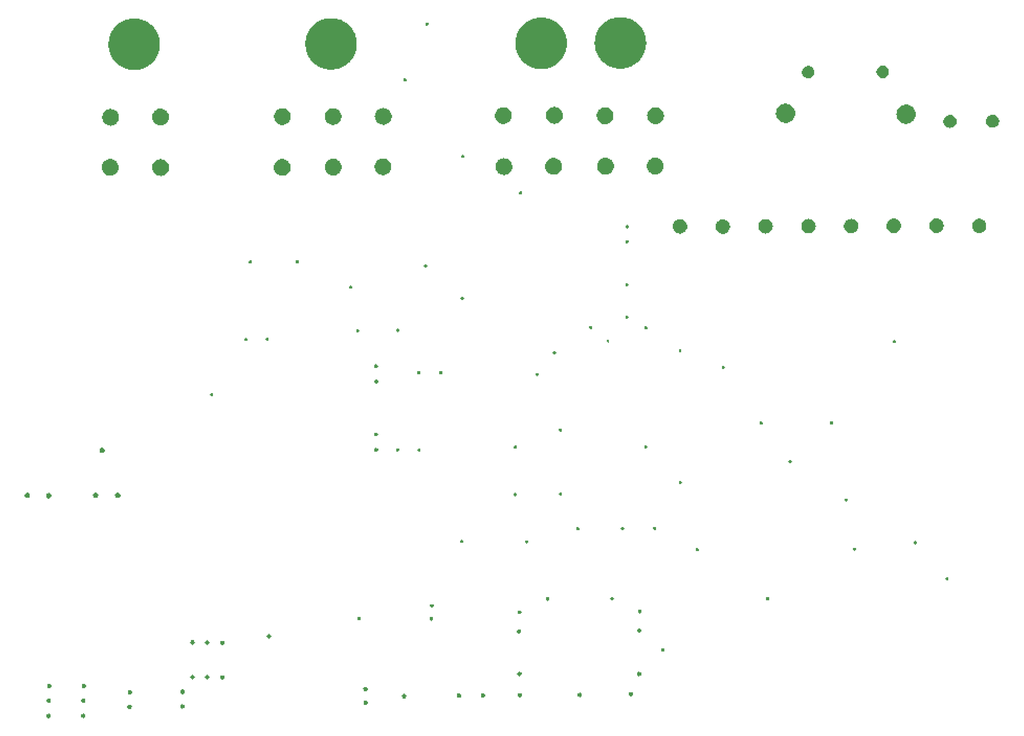
<source format=gbr>
G04 Jordi Esquerra gerber image generated from bmp*
%FSLAX33Y33*%
%MOMM*%
%SFA1.000B1.000*%
%MIA0B0*%
%IPPOS*%
%LNGerberFromImage*%
G01*
G04 Dark polarity*
%LPD*%
G36*
X41500Y230500D02*
Y228500D01*
X42500D01*
Y227500D01*
X46500D01*
Y231500D01*
X45500D01*
Y232500D01*
X43500D01*
Y231500D01*
X42500D01*
Y230500D01*
X41500D01*
G37*
G04 Dark polarity*
%LPD*%
G36*
X62500Y231500D02*
Y227500D01*
X63500D01*
Y226500D01*
X65500D01*
Y227500D01*
X66500D01*
Y228500D01*
X67500D01*
Y230500D01*
X66500D01*
Y231500D01*
X65500D01*
Y232500D01*
X64500D01*
Y231500D01*
X62500D01*
G37*
G04 Dark polarity*
%LPD*%
G36*
X62500Y34500D02*
Y32500D01*
X63500D01*
Y31500D01*
X66500D01*
Y35500D01*
X63500D01*
Y34500D01*
X62500D01*
G37*
G04 Dark polarity*
%LPD*%
G36*
X62500Y20500D02*
Y17500D01*
X63500D01*
Y16500D01*
X65500D01*
Y17500D01*
X66500D01*
Y20500D01*
X65500D01*
Y21500D01*
X64500D01*
Y20500D01*
X62500D01*
G37*
G04 Dark polarity*
%LPD*%
G36*
X63500Y49500D02*
Y45500D01*
X66500D01*
Y46500D01*
X67500D01*
Y48500D01*
X66500D01*
Y49500D01*
X63500D01*
G37*
G04 Dark polarity*
%LPD*%
G36*
X95500Y34500D02*
Y32500D01*
X96500D01*
Y31500D01*
X99500D01*
Y35500D01*
X96500D01*
Y34500D01*
X95500D01*
G37*
G04 Dark polarity*
%LPD*%
G36*
X95500Y20500D02*
Y17500D01*
X97500D01*
Y16500D01*
X98500D01*
Y17500D01*
X99500D01*
Y20500D01*
X98500D01*
Y21500D01*
X97500D01*
Y20500D01*
X95500D01*
G37*
G04 Dark polarity*
%LPD*%
G36*
X96500Y49500D02*
Y45500D01*
X99500D01*
Y46500D01*
X100500D01*
Y48500D01*
X99500D01*
Y49500D01*
X96500D01*
G37*
G04 Dark polarity*
%LPD*%
G36*
X106500Y230500D02*
Y229500D01*
X107500D01*
Y227500D01*
X111500D01*
Y229500D01*
X112500D01*
Y230500D01*
X111500D01*
Y231500D01*
X110500D01*
Y232500D01*
X108500D01*
Y231500D01*
X107500D01*
Y230500D01*
X106500D01*
G37*
G04 Dark polarity*
%LPD*%
G36*
X113500Y274500D02*
Y270500D01*
X117500D01*
Y271500D01*
X118500D01*
Y273500D01*
X117500D01*
Y274500D01*
X116500D01*
Y275500D01*
X114500D01*
Y274500D01*
X113500D01*
G37*
G04 Dark polarity*
%LPD*%
G36*
X115500Y592500D02*
Y589500D01*
X116500D01*
Y586500D01*
X117500D01*
Y585500D01*
X118500D01*
Y584500D01*
X120500D01*
Y583500D01*
X123500D01*
Y582500D01*
X124500D01*
Y583500D01*
X127500D01*
Y584500D01*
X129500D01*
Y586500D01*
X130500D01*
Y587500D01*
X131500D01*
Y594500D01*
X130500D01*
Y596500D01*
X129500D01*
Y597500D01*
X127500D01*
Y598500D01*
X124500D01*
Y599500D01*
X122500D01*
Y598500D01*
X119500D01*
Y597500D01*
X118500D01*
Y596500D01*
X117500D01*
Y595500D01*
X116500D01*
Y592500D01*
X115500D01*
G37*
G04 Dark polarity*
%LPD*%
G36*
X115500Y546500D02*
Y540500D01*
X116500D01*
Y538500D01*
X117500D01*
Y537500D01*
X118500D01*
Y536500D01*
X119500D01*
Y535500D01*
X126500D01*
Y536500D01*
X128500D01*
Y537500D01*
X129500D01*
Y538500D01*
X130500D01*
Y540500D01*
X131500D01*
Y545500D01*
X130500D01*
Y547500D01*
X129500D01*
Y549500D01*
X127500D01*
Y550500D01*
X125500D01*
Y551500D01*
X121500D01*
Y550500D01*
X119500D01*
Y549500D01*
X117500D01*
Y548500D01*
X116500D01*
Y546500D01*
X115500D01*
G37*
G04 Dark polarity*
%LPD*%
G36*
X121500Y663500D02*
Y657500D01*
X122500D01*
Y653500D01*
X123500D01*
Y650500D01*
X124500D01*
Y648500D01*
X125500D01*
Y646500D01*
X126500D01*
Y645500D01*
X127500D01*
Y644500D01*
X128500D01*
Y643500D01*
X129500D01*
Y642500D01*
X130500D01*
Y641500D01*
X131500D01*
Y640500D01*
X133500D01*
Y639500D01*
X135500D01*
Y638500D01*
X137500D01*
Y637500D01*
X140500D01*
Y636500D01*
X152500D01*
Y637500D01*
X155500D01*
Y638500D01*
X157500D01*
Y639500D01*
X159500D01*
Y640500D01*
X160500D01*
Y641500D01*
X162500D01*
Y642500D01*
X163500D01*
Y643500D01*
X164500D01*
Y644500D01*
X165500D01*
Y645500D01*
X166500D01*
Y647500D01*
X167500D01*
Y649500D01*
X168500D01*
Y651500D01*
X169500D01*
Y654500D01*
X170500D01*
Y667500D01*
X169500D01*
Y670500D01*
X168500D01*
Y672500D01*
X167500D01*
Y674500D01*
X166500D01*
Y675500D01*
X165500D01*
Y677500D01*
X164500D01*
Y678500D01*
X163500D01*
Y679500D01*
X161500D01*
Y680500D01*
X160500D01*
Y681500D01*
X159500D01*
Y682500D01*
X157500D01*
Y683500D01*
X154500D01*
Y684500D01*
X151500D01*
Y685500D01*
X141500D01*
Y684500D01*
X137500D01*
Y683500D01*
X135500D01*
Y682500D01*
X133500D01*
Y681500D01*
X131500D01*
Y680500D01*
X130500D01*
Y679500D01*
X129500D01*
Y678500D01*
X128500D01*
Y677500D01*
X127500D01*
Y676500D01*
X126500D01*
Y674500D01*
X125500D01*
Y673500D01*
X124500D01*
Y671500D01*
X123500D01*
Y668500D01*
X122500D01*
Y663500D01*
X121500D01*
G37*
G04 Dark polarity*
%LPD*%
G36*
X127500Y230500D02*
Y229500D01*
X128500D01*
Y227500D01*
X132500D01*
Y228500D01*
X133500D01*
Y230500D01*
X132500D01*
Y231500D01*
X131500D01*
Y232500D01*
X129500D01*
Y231500D01*
X128500D01*
Y230500D01*
X127500D01*
G37*
G04 Dark polarity*
%LPD*%
G36*
X139500Y28500D02*
Y26500D01*
X140500D01*
Y25500D01*
X143500D01*
Y27500D01*
X144500D01*
Y28500D01*
X143500D01*
Y29500D01*
X140500D01*
Y28500D01*
X139500D01*
G37*
G04 Dark polarity*
%LPD*%
G36*
X140500Y43500D02*
Y39500D01*
X143500D01*
Y40500D01*
X144500D01*
Y42500D01*
X143500D01*
Y43500D01*
X140500D01*
G37*
G04 Dark polarity*
%LPD*%
G36*
X163500Y594500D02*
Y588500D01*
X164500D01*
Y586500D01*
X165500D01*
Y585500D01*
X166500D01*
Y584500D01*
X168500D01*
Y583500D01*
X174500D01*
Y584500D01*
X176500D01*
Y585500D01*
X177500D01*
Y586500D01*
X178500D01*
Y588500D01*
X179500D01*
Y594500D01*
X178500D01*
Y595500D01*
X177500D01*
Y597500D01*
X175500D01*
Y598500D01*
X173500D01*
Y599500D01*
X168500D01*
Y598500D01*
X167500D01*
Y597500D01*
X165500D01*
Y595500D01*
X164500D01*
Y594500D01*
X163500D01*
G37*
G04 Dark polarity*
%LPD*%
G36*
X163500Y546500D02*
Y540500D01*
X164500D01*
Y538500D01*
X165500D01*
Y537500D01*
X166500D01*
Y536500D01*
X167500D01*
Y535500D01*
X171500D01*
Y534500D01*
X172500D01*
Y535500D01*
X175500D01*
Y536500D01*
X176500D01*
Y537500D01*
X177500D01*
Y538500D01*
X178500D01*
Y539500D01*
X179500D01*
Y546500D01*
X178500D01*
Y547500D01*
X177500D01*
Y548500D01*
X176500D01*
Y549500D01*
X175500D01*
Y550500D01*
X172500D01*
Y551500D01*
X170500D01*
Y550500D01*
X167500D01*
Y549500D01*
X166500D01*
Y548500D01*
X165500D01*
Y547500D01*
X164500D01*
Y546500D01*
X163500D01*
G37*
G04 Dark polarity*
%LPD*%
G36*
X190500Y43500D02*
Y40500D01*
X191500D01*
Y39500D01*
X193500D01*
Y40500D01*
X194500D01*
Y43500D01*
X193500D01*
Y44500D01*
X191500D01*
Y43500D01*
X190500D01*
G37*
G04 Dark polarity*
%LPD*%
G36*
X190500Y29500D02*
Y26500D01*
X191500D01*
Y25500D01*
X192500D01*
Y26500D01*
X194500D01*
Y29500D01*
X192500D01*
Y30500D01*
X191500D01*
Y29500D01*
X190500D01*
G37*
G04 Dark polarity*
%LPD*%
G36*
X199500Y89500D02*
Y88500D01*
X200500D01*
Y87500D01*
X201500D01*
Y86500D01*
X202500D01*
Y87500D01*
X203500D01*
Y88500D01*
X204500D01*
Y89500D01*
X203500D01*
Y91500D01*
X200500D01*
Y89500D01*
X199500D01*
G37*
G04 Dark polarity*
%LPD*%
G36*
X199500Y56500D02*
Y55500D01*
X200500D01*
Y54500D01*
X201500D01*
Y53500D01*
X202500D01*
Y54500D01*
X203500D01*
Y55500D01*
X204500D01*
Y56500D01*
X203500D01*
Y57500D01*
X202500D01*
Y58500D01*
X201500D01*
Y57500D01*
X200500D01*
Y56500D01*
X199500D01*
G37*
G04 Dark polarity*
%LPD*%
G36*
X213500Y89500D02*
Y88500D01*
X214500D01*
Y87500D01*
X215500D01*
Y86500D01*
X216500D01*
Y87500D01*
X217500D01*
Y88500D01*
X218500D01*
Y89500D01*
X217500D01*
Y90500D01*
X216500D01*
Y91500D01*
X215500D01*
Y90500D01*
X214500D01*
Y89500D01*
X213500D01*
G37*
G04 Dark polarity*
%LPD*%
G36*
X213500Y56500D02*
Y55500D01*
X214500D01*
Y54500D01*
X215500D01*
Y53500D01*
X216500D01*
Y54500D01*
X217500D01*
Y55500D01*
X218500D01*
Y56500D01*
X217500D01*
Y57500D01*
X216500D01*
Y58500D01*
X215500D01*
Y57500D01*
X214500D01*
Y56500D01*
X213500D01*
G37*
G04 Dark polarity*
%LPD*%
G36*
X218500Y326500D02*
Y325500D01*
X219500D01*
Y324500D01*
X221500D01*
Y327500D01*
X219500D01*
Y326500D01*
X218500D01*
G37*
G04 Dark polarity*
%LPD*%
G36*
X228500Y90500D02*
Y87500D01*
X229500D01*
Y86500D01*
X231500D01*
Y87500D01*
X232500D01*
Y90500D01*
X228500D01*
G37*
G04 Dark polarity*
%LPD*%
G36*
X228500Y57500D02*
Y54500D01*
X229500D01*
Y53500D01*
X231500D01*
Y54500D01*
X232500D01*
Y57500D01*
X228500D01*
G37*
G04 Dark polarity*
%LPD*%
G36*
X251500Y379500D02*
Y377500D01*
X254500D01*
Y379500D01*
X253500D01*
Y380500D01*
X252500D01*
Y379500D01*
X251500D01*
G37*
G04 Dark polarity*
%LPD*%
G36*
X255500Y453500D02*
Y451500D01*
X258500D01*
Y454500D01*
X256500D01*
Y453500D01*
X255500D01*
G37*
G04 Dark polarity*
%LPD*%
G36*
X271500Y379500D02*
Y378500D01*
X272500D01*
Y377500D01*
X274500D01*
Y380500D01*
X272500D01*
Y379500D01*
X271500D01*
G37*
G04 Dark polarity*
%LPD*%
G36*
X272500Y95500D02*
Y94500D01*
X273500D01*
Y93500D01*
X274500D01*
Y92500D01*
X275500D01*
Y93500D01*
X276500D01*
Y94500D01*
X277500D01*
Y95500D01*
X276500D01*
Y96500D01*
X275500D01*
Y97500D01*
X274500D01*
Y96500D01*
X273500D01*
Y95500D01*
X272500D01*
G37*
G04 Dark polarity*
%LPD*%
G36*
X279500Y593500D02*
Y590500D01*
X280500D01*
Y587500D01*
X281500D01*
Y586500D01*
X282500D01*
Y585500D01*
X283500D01*
Y584500D01*
X285500D01*
Y583500D01*
X289500D01*
Y584500D01*
X291500D01*
Y585500D01*
X293500D01*
Y586500D01*
X294500D01*
Y588500D01*
X295500D01*
Y595500D01*
X294500D01*
Y596500D01*
X293500D01*
Y597500D01*
X292500D01*
Y598500D01*
X291500D01*
Y599500D01*
X284500D01*
Y598500D01*
X282500D01*
Y597500D01*
X281500D01*
Y595500D01*
X280500D01*
Y593500D01*
X279500D01*
G37*
G04 Dark polarity*
%LPD*%
G36*
X279500Y545500D02*
Y540500D01*
X280500D01*
Y538500D01*
X281500D01*
Y537500D01*
X282500D01*
Y536500D01*
X284500D01*
Y535500D01*
X291500D01*
Y536500D01*
X292500D01*
Y537500D01*
X293500D01*
Y538500D01*
X294500D01*
Y539500D01*
X295500D01*
Y546500D01*
X294500D01*
Y547500D01*
X293500D01*
Y549500D01*
X291500D01*
Y550500D01*
X289500D01*
Y551500D01*
X285500D01*
Y550500D01*
X283500D01*
Y549500D01*
X282500D01*
Y548500D01*
X281500D01*
Y547500D01*
X280500D01*
Y545500D01*
X279500D01*
G37*
G04 Dark polarity*
%LPD*%
G36*
X300500Y454500D02*
Y451500D01*
X303500D01*
Y454500D01*
X300500D01*
G37*
G04 Dark polarity*
%LPD*%
G36*
X309500Y664500D02*
Y658500D01*
X310500D01*
Y653500D01*
X311500D01*
Y650500D01*
X312500D01*
Y648500D01*
X313500D01*
Y647500D01*
X314500D01*
Y645500D01*
X315500D01*
Y644500D01*
X316500D01*
Y643500D01*
X317500D01*
Y642500D01*
X318500D01*
Y641500D01*
X320500D01*
Y640500D01*
X321500D01*
Y639500D01*
X323500D01*
Y638500D01*
X326500D01*
Y637500D01*
X330500D01*
Y636500D01*
X337500D01*
Y637500D01*
X342500D01*
Y638500D01*
X344500D01*
Y639500D01*
X346500D01*
Y640500D01*
X348500D01*
Y641500D01*
X349500D01*
Y642500D01*
X350500D01*
Y643500D01*
X352500D01*
Y645500D01*
X353500D01*
Y646500D01*
X354500D01*
Y647500D01*
X355500D01*
Y649500D01*
X356500D01*
Y651500D01*
X357500D01*
Y654500D01*
X358500D01*
Y667500D01*
X357500D01*
Y671500D01*
X356500D01*
Y672500D01*
X355500D01*
Y674500D01*
X354500D01*
Y676500D01*
X353500D01*
Y677500D01*
X352500D01*
Y678500D01*
X351500D01*
Y679500D01*
X350500D01*
Y680500D01*
X349500D01*
Y681500D01*
X347500D01*
Y682500D01*
X345500D01*
Y683500D01*
X344500D01*
Y684500D01*
X340500D01*
Y685500D01*
X327500D01*
Y684500D01*
X324500D01*
Y683500D01*
X322500D01*
Y682500D01*
X320500D01*
Y681500D01*
X319500D01*
Y680500D01*
X318500D01*
Y679500D01*
X317500D01*
Y678500D01*
X316500D01*
Y677500D01*
X315500D01*
Y676500D01*
X314500D01*
Y675500D01*
X313500D01*
Y673500D01*
X312500D01*
Y671500D01*
X311500D01*
Y669500D01*
X310500D01*
Y664500D01*
X309500D01*
G37*
G04 Dark polarity*
%LPD*%
G36*
X328500Y595500D02*
Y588500D01*
X329500D01*
Y586500D01*
X330500D01*
Y585500D01*
X332500D01*
Y584500D01*
X334500D01*
Y583500D01*
X337500D01*
Y584500D01*
X340500D01*
Y585500D01*
X341500D01*
Y586500D01*
X342500D01*
Y587500D01*
X343500D01*
Y590500D01*
X344500D01*
Y593500D01*
X343500D01*
Y595500D01*
X342500D01*
Y597500D01*
X341500D01*
Y598500D01*
X339500D01*
Y599500D01*
X332500D01*
Y598500D01*
X331500D01*
Y597500D01*
X330500D01*
Y596500D01*
X329500D01*
Y595500D01*
X328500D01*
G37*
G04 Dark polarity*
%LPD*%
G36*
X328500Y546500D02*
Y540500D01*
X329500D01*
Y538500D01*
X330500D01*
Y537500D01*
X331500D01*
Y536500D01*
X333500D01*
Y535500D01*
X339500D01*
Y536500D01*
X340500D01*
Y537500D01*
X342500D01*
Y539500D01*
X343500D01*
Y541500D01*
X344500D01*
Y545500D01*
X343500D01*
Y547500D01*
X342500D01*
Y549500D01*
X340500D01*
Y550500D01*
X339500D01*
Y551500D01*
X333500D01*
Y550500D01*
X331500D01*
Y549500D01*
X330500D01*
Y548500D01*
X329500D01*
Y546500D01*
X328500D01*
G37*
G04 Dark polarity*
%LPD*%
G36*
X351500Y429500D02*
Y427500D01*
X354500D01*
Y429500D01*
X353500D01*
Y430500D01*
X352500D01*
Y429500D01*
X351500D01*
G37*
G04 Dark polarity*
%LPD*%
G36*
X358500Y388500D02*
Y385500D01*
X360500D01*
Y386500D01*
X361500D01*
Y387500D01*
X360500D01*
Y388500D01*
X358500D01*
G37*
G04 Dark polarity*
%LPD*%
G36*
X359500Y113500D02*
Y110500D01*
X362500D01*
Y113500D01*
X359500D01*
G37*
G04 Dark polarity*
%LPD*%
G36*
X364500Y45500D02*
Y44500D01*
X365500D01*
Y42500D01*
X368500D01*
Y43500D01*
X369500D01*
Y45500D01*
X368500D01*
Y46500D01*
X365500D01*
Y45500D01*
X364500D01*
G37*
G04 Dark polarity*
%LPD*%
G36*
X365500Y33500D02*
Y29500D01*
X368500D01*
Y30500D01*
X369500D01*
Y32500D01*
X368500D01*
Y33500D01*
X365500D01*
G37*
G04 Dark polarity*
%LPD*%
G36*
X375500Y592500D02*
Y591500D01*
X376500D01*
Y588500D01*
X377500D01*
Y586500D01*
X378500D01*
Y585500D01*
X380500D01*
Y584500D01*
X383500D01*
Y583500D01*
X385500D01*
Y584500D01*
X387500D01*
Y585500D01*
X389500D01*
Y586500D01*
X390500D01*
Y587500D01*
X391500D01*
Y590500D01*
X392500D01*
Y593500D01*
X391500D01*
Y595500D01*
X390500D01*
Y597500D01*
X389500D01*
Y598500D01*
X387500D01*
Y599500D01*
X384500D01*
Y600500D01*
X383500D01*
Y599500D01*
X380500D01*
Y598500D01*
X378500D01*
Y597500D01*
X377500D01*
Y595500D01*
X376500D01*
Y592500D01*
X375500D01*
G37*
G04 Dark polarity*
%LPD*%
G36*
X375500Y545500D02*
Y542500D01*
X376500D01*
Y539500D01*
X377500D01*
Y538500D01*
X378500D01*
Y537500D01*
X379500D01*
Y536500D01*
X382500D01*
Y535500D01*
X385500D01*
Y536500D01*
X387500D01*
Y537500D01*
X389500D01*
Y538500D01*
X390500D01*
Y540500D01*
X391500D01*
Y547500D01*
X390500D01*
Y548500D01*
X389500D01*
Y549500D01*
X388500D01*
Y550500D01*
X387500D01*
Y551500D01*
X380500D01*
Y550500D01*
X378500D01*
Y549500D01*
X377500D01*
Y547500D01*
X376500D01*
Y545500D01*
X375500D01*
G37*
G04 Dark polarity*
%LPD*%
G36*
X375500Y354500D02*
Y351500D01*
X378500D01*
Y352500D01*
X379500D01*
Y353500D01*
X378500D01*
Y354500D01*
X377500D01*
Y355500D01*
X376500D01*
Y354500D01*
X375500D01*
G37*
G04 Dark polarity*
%LPD*%
G36*
X375500Y339500D02*
Y337500D01*
X376500D01*
Y336500D01*
X378500D01*
Y337500D01*
X379500D01*
Y339500D01*
X378500D01*
Y340500D01*
X376500D01*
Y339500D01*
X375500D01*
G37*
G04 Dark polarity*
%LPD*%
G36*
X375500Y289500D02*
Y286500D01*
X378500D01*
Y287500D01*
X379500D01*
Y288500D01*
X378500D01*
Y289500D01*
X375500D01*
G37*
G04 Dark polarity*
%LPD*%
G36*
X375500Y274500D02*
Y271500D01*
X378500D01*
Y272500D01*
X379500D01*
Y274500D01*
X377500D01*
Y275500D01*
X376500D01*
Y274500D01*
X375500D01*
G37*
G04 Dark polarity*
%LPD*%
G36*
X396500Y388500D02*
Y386500D01*
X397500D01*
Y385500D01*
X398500D01*
Y386500D01*
X399500D01*
Y388500D01*
X398500D01*
Y389500D01*
X397500D01*
Y388500D01*
X396500D01*
G37*
G04 Dark polarity*
%LPD*%
G36*
X396500Y274500D02*
Y271500D01*
X398500D01*
Y272500D01*
X399500D01*
Y274500D01*
X396500D01*
G37*
G04 Dark polarity*
%LPD*%
G36*
X401500Y38500D02*
Y37500D01*
X402500D01*
Y35500D01*
X405500D01*
Y37500D01*
X406500D01*
Y38500D01*
X405500D01*
Y39500D01*
X404500D01*
Y40500D01*
X403500D01*
Y39500D01*
X402500D01*
Y38500D01*
X401500D01*
G37*
G04 Dark polarity*
%LPD*%
G36*
X403500Y628500D02*
Y625500D01*
X406500D01*
Y627500D01*
X405500D01*
Y628500D01*
X403500D01*
G37*
G04 Dark polarity*
%LPD*%
G36*
X416500Y348500D02*
Y345500D01*
X419500D01*
Y348500D01*
X416500D01*
G37*
G04 Dark polarity*
%LPD*%
G36*
X416500Y273500D02*
Y272500D01*
X417500D01*
Y271500D01*
X419500D01*
Y274500D01*
X417500D01*
Y273500D01*
X416500D01*
G37*
G04 Dark polarity*
%LPD*%
G36*
X422500Y449500D02*
Y448500D01*
X423500D01*
Y447500D01*
X425500D01*
Y448500D01*
X426500D01*
Y449500D01*
X425500D01*
Y450500D01*
X423500D01*
Y449500D01*
X422500D01*
G37*
G04 Dark polarity*
%LPD*%
G36*
X424500Y681500D02*
Y678500D01*
X426500D01*
Y679500D01*
X427500D01*
Y681500D01*
X424500D01*
G37*
G04 Dark polarity*
%LPD*%
G36*
X428500Y125500D02*
Y123500D01*
X429500D01*
Y122500D01*
X431500D01*
Y123500D01*
X432500D01*
Y125500D01*
X428500D01*
G37*
G04 Dark polarity*
%LPD*%
G36*
X428500Y113500D02*
Y110500D01*
X429500D01*
Y109500D01*
X430500D01*
Y110500D01*
X431500D01*
Y113500D01*
X428500D01*
G37*
G04 Dark polarity*
%LPD*%
G36*
X437500Y348500D02*
Y345500D01*
X440500D01*
Y348500D01*
X437500D01*
G37*
G04 Dark polarity*
%LPD*%
G36*
X454500Y40500D02*
Y36500D01*
X458500D01*
Y39500D01*
X457500D01*
Y40500D01*
X454500D01*
G37*
G04 Dark polarity*
%LPD*%
G36*
X457500Y418500D02*
Y417500D01*
X458500D01*
Y416500D01*
X460500D01*
Y417500D01*
X461500D01*
Y418500D01*
X460500D01*
Y419500D01*
X458500D01*
Y418500D01*
X457500D01*
G37*
G04 Dark polarity*
%LPD*%
G36*
X457500Y186500D02*
Y184500D01*
X460500D01*
Y186500D01*
X459500D01*
Y187500D01*
X458500D01*
Y186500D01*
X457500D01*
G37*
G04 Dark polarity*
%LPD*%
G36*
X458500Y554500D02*
Y552500D01*
X461500D01*
Y554500D01*
X460500D01*
Y555500D01*
X459500D01*
Y554500D01*
X458500D01*
G37*
G04 Dark polarity*
%LPD*%
G36*
X477500Y40500D02*
Y36500D01*
X480500D01*
Y37500D01*
X481500D01*
Y39500D01*
X480500D01*
Y40500D01*
X477500D01*
G37*
G04 Dark polarity*
%LPD*%
G36*
X490500Y594500D02*
Y590500D01*
X491500D01*
Y588500D01*
X492500D01*
Y587500D01*
X493500D01*
Y586500D01*
X494500D01*
Y585500D01*
X496500D01*
Y584500D01*
X500500D01*
Y585500D01*
X502500D01*
Y586500D01*
X504500D01*
Y587500D01*
X505500D01*
Y589500D01*
X506500D01*
Y596500D01*
X505500D01*
Y597500D01*
X504500D01*
Y598500D01*
X503500D01*
Y599500D01*
X502500D01*
Y600500D01*
X495500D01*
Y599500D01*
X493500D01*
Y598500D01*
X492500D01*
Y596500D01*
X491500D01*
Y594500D01*
X490500D01*
G37*
G04 Dark polarity*
%LPD*%
G36*
X491500Y547500D02*
Y540500D01*
X492500D01*
Y539500D01*
X493500D01*
Y537500D01*
X495500D01*
Y536500D01*
X498500D01*
Y535500D01*
X500500D01*
Y536500D01*
X503500D01*
Y537500D01*
X504500D01*
Y538500D01*
X505500D01*
Y539500D01*
X506500D01*
Y541500D01*
X507500D01*
Y545500D01*
X506500D01*
Y548500D01*
X505500D01*
Y549500D01*
X504500D01*
Y550500D01*
X503500D01*
Y551500D01*
X499500D01*
Y552500D01*
X498500D01*
Y551500D01*
X495500D01*
Y550500D01*
X493500D01*
Y548500D01*
X492500D01*
Y547500D01*
X491500D01*
G37*
G04 Dark polarity*
%LPD*%
G36*
X508500Y276500D02*
Y274500D01*
X511500D01*
Y277500D01*
X509500D01*
Y276500D01*
X508500D01*
G37*
G04 Dark polarity*
%LPD*%
G36*
X508500Y231500D02*
Y229500D01*
X509500D01*
Y228500D01*
X510500D01*
Y229500D01*
X511500D01*
Y231500D01*
X510500D01*
Y232500D01*
X509500D01*
Y231500D01*
X508500D01*
G37*
G04 Dark polarity*
%LPD*%
G36*
X510500Y667500D02*
Y655500D01*
X511500D01*
Y652500D01*
X512500D01*
Y650500D01*
X513500D01*
Y648500D01*
X514500D01*
Y647500D01*
X515500D01*
Y645500D01*
X516500D01*
Y644500D01*
X517500D01*
Y643500D01*
X518500D01*
Y642500D01*
X520500D01*
Y641500D01*
X521500D01*
Y640500D01*
X523500D01*
Y639500D01*
X525500D01*
Y638500D01*
X528500D01*
Y637500D01*
X541500D01*
Y638500D01*
X544500D01*
Y639500D01*
X546500D01*
Y640500D01*
X548500D01*
Y641500D01*
X549500D01*
Y642500D01*
X550500D01*
Y643500D01*
X551500D01*
Y644500D01*
X552500D01*
Y645500D01*
X553500D01*
Y646500D01*
X554500D01*
Y647500D01*
X555500D01*
Y649500D01*
X556500D01*
Y651500D01*
X557500D01*
Y653500D01*
X558500D01*
Y657500D01*
X559500D01*
Y666500D01*
X558500D01*
Y670500D01*
X557500D01*
Y672500D01*
X556500D01*
Y674500D01*
X555500D01*
Y676500D01*
X554500D01*
Y677500D01*
X553500D01*
Y678500D01*
X552500D01*
Y679500D01*
X551500D01*
Y680500D01*
X550500D01*
Y681500D01*
X549500D01*
Y682500D01*
X547500D01*
Y683500D01*
X545500D01*
Y684500D01*
X543500D01*
Y685500D01*
X539500D01*
Y686500D01*
X530500D01*
Y685500D01*
X526500D01*
Y684500D01*
X524500D01*
Y683500D01*
X522500D01*
Y682500D01*
X520500D01*
Y681500D01*
X519500D01*
Y680500D01*
X518500D01*
Y679500D01*
X517500D01*
Y678500D01*
X516500D01*
Y677500D01*
X515500D01*
Y676500D01*
X514500D01*
Y675500D01*
X513500D01*
Y673500D01*
X512500D01*
Y671500D01*
X511500D01*
Y667500D01*
X510500D01*
G37*
G04 Dark polarity*
%LPD*%
G36*
X511500Y100500D02*
Y98500D01*
X512500D01*
Y97500D01*
X514500D01*
Y98500D01*
X515500D01*
Y101500D01*
X512500D01*
Y100500D01*
X511500D01*
G37*
G04 Dark polarity*
%LPD*%
G36*
X511500Y59500D02*
Y58500D01*
X512500D01*
Y57500D01*
X513500D01*
Y56500D01*
X514500D01*
Y57500D01*
X515500D01*
Y58500D01*
X516500D01*
Y60500D01*
X514500D01*
Y61500D01*
X513500D01*
Y60500D01*
X512500D01*
Y59500D01*
X511500D01*
G37*
G04 Dark polarity*
%LPD*%
G36*
X512500Y119500D02*
Y116500D01*
X515500D01*
Y117500D01*
X516500D01*
Y118500D01*
X515500D01*
Y119500D01*
X512500D01*
G37*
G04 Dark polarity*
%LPD*%
G36*
X512500Y40500D02*
Y37500D01*
X513500D01*
Y36500D01*
X515500D01*
Y37500D01*
X516500D01*
Y40500D01*
X512500D01*
G37*
G04 Dark polarity*
%LPD*%
G36*
X513500Y519500D02*
Y517500D01*
X516500D01*
Y520500D01*
X514500D01*
Y519500D01*
X513500D01*
G37*
G04 Dark polarity*
%LPD*%
G36*
X519500Y186500D02*
Y184500D01*
X520500D01*
Y183500D01*
X521500D01*
Y184500D01*
X522500D01*
Y186500D01*
X519500D01*
G37*
G04 Dark polarity*
%LPD*%
G36*
X529500Y346500D02*
Y344500D01*
X530500D01*
Y343500D01*
X531500D01*
Y344500D01*
X532500D01*
Y346500D01*
X529500D01*
G37*
G04 Dark polarity*
%LPD*%
G36*
X538500Y546500D02*
Y541500D01*
X539500D01*
Y539500D01*
X540500D01*
Y538500D01*
X541500D01*
Y537500D01*
X543500D01*
Y536500D01*
X550500D01*
Y537500D01*
X551500D01*
Y538500D01*
X552500D01*
Y539500D01*
X553500D01*
Y540500D01*
X554500D01*
Y547500D01*
X553500D01*
Y549500D01*
X552500D01*
Y550500D01*
X550500D01*
Y551500D01*
X548500D01*
Y552500D01*
X544500D01*
Y551500D01*
X542500D01*
Y550500D01*
X541500D01*
Y549500D01*
X540500D01*
Y548500D01*
X539500D01*
Y546500D01*
X538500D01*
G37*
G04 Dark polarity*
%LPD*%
G36*
X539500Y596500D02*
Y589500D01*
X540500D01*
Y588500D01*
X541500D01*
Y587500D01*
X542500D01*
Y586500D01*
X543500D01*
Y585500D01*
X546500D01*
Y584500D01*
X548500D01*
Y585500D01*
X551500D01*
Y586500D01*
X552500D01*
Y587500D01*
X553500D01*
Y588500D01*
X554500D01*
Y589500D01*
X555500D01*
Y595500D01*
X554500D01*
Y597500D01*
X553500D01*
Y598500D01*
X552500D01*
Y599500D01*
X551500D01*
Y600500D01*
X548500D01*
Y601500D01*
X546500D01*
Y600500D01*
X543500D01*
Y599500D01*
X542500D01*
Y598500D01*
X541500D01*
Y597500D01*
X540500D01*
Y596500D01*
X539500D01*
G37*
G04 Dark polarity*
%LPD*%
G36*
X539500Y132500D02*
Y129500D01*
X540500D01*
Y128500D01*
X541500D01*
Y129500D01*
X542500D01*
Y132500D01*
X539500D01*
G37*
G04 Dark polarity*
%LPD*%
G36*
X545500Y366500D02*
Y365500D01*
X546500D01*
Y364500D01*
X548500D01*
Y365500D01*
X549500D01*
Y366500D01*
X548500D01*
Y367500D01*
X546500D01*
Y366500D01*
X545500D01*
G37*
G04 Dark polarity*
%LPD*%
G36*
X551500Y293500D02*
Y291500D01*
X552500D01*
Y290500D01*
X554500D01*
Y293500D01*
X551500D01*
G37*
G04 Dark polarity*
%LPD*%
G36*
X551500Y231500D02*
Y230500D01*
X552500D01*
Y229500D01*
X554500D01*
Y232500D01*
X552500D01*
Y231500D01*
X551500D01*
G37*
G04 Dark polarity*
%LPD*%
G36*
X568500Y199500D02*
Y196500D01*
X571500D01*
Y198500D01*
X570500D01*
Y199500D01*
X568500D01*
G37*
G04 Dark polarity*
%LPD*%
G36*
X569500Y40500D02*
Y37500D01*
X571500D01*
Y36500D01*
X572500D01*
Y37500D01*
X573500D01*
Y40500D01*
X572500D01*
Y41500D01*
X571500D01*
Y40500D01*
X569500D01*
G37*
G04 Dark polarity*
%LPD*%
G36*
X580500Y391500D02*
Y389500D01*
X581500D01*
Y388500D01*
X583500D01*
Y391500D01*
X580500D01*
G37*
G04 Dark polarity*
%LPD*%
G36*
X585500Y663500D02*
Y660500D01*
X586500D01*
Y654500D01*
X587500D01*
Y652500D01*
X588500D01*
Y650500D01*
X589500D01*
Y648500D01*
X590500D01*
Y647500D01*
X591500D01*
Y645500D01*
X592500D01*
Y644500D01*
X593500D01*
Y643500D01*
X595500D01*
Y642500D01*
X596500D01*
Y641500D01*
X597500D01*
Y640500D01*
X599500D01*
Y639500D01*
X602500D01*
Y638500D01*
X606500D01*
Y637500D01*
X614500D01*
Y638500D01*
X618500D01*
Y639500D01*
X621500D01*
Y640500D01*
X622500D01*
Y641500D01*
X624500D01*
Y642500D01*
X625500D01*
Y643500D01*
X627500D01*
Y644500D01*
X628500D01*
Y645500D01*
X629500D01*
Y647500D01*
X630500D01*
Y648500D01*
X631500D01*
Y650500D01*
X632500D01*
Y652500D01*
X633500D01*
Y655500D01*
X634500D01*
Y660500D01*
X635500D01*
Y663500D01*
X634500D01*
Y669500D01*
X633500D01*
Y672500D01*
X632500D01*
Y674500D01*
X631500D01*
Y676500D01*
X630500D01*
Y677500D01*
X629500D01*
Y678500D01*
X628500D01*
Y679500D01*
X627500D01*
Y680500D01*
X626500D01*
Y681500D01*
X625500D01*
Y682500D01*
X623500D01*
Y683500D01*
X622500D01*
Y684500D01*
X620500D01*
Y685500D01*
X616500D01*
Y686500D01*
X604500D01*
Y685500D01*
X600500D01*
Y684500D01*
X598500D01*
Y683500D01*
X597500D01*
Y682500D01*
X595500D01*
Y681500D01*
X594500D01*
Y680500D01*
X593500D01*
Y679500D01*
X592500D01*
Y678500D01*
X591500D01*
Y677500D01*
X590500D01*
Y676500D01*
X589500D01*
Y674500D01*
X588500D01*
Y672500D01*
X587500D01*
Y669500D01*
X586500D01*
Y663500D01*
X585500D01*
G37*
G04 Dark polarity*
%LPD*%
G36*
X587500Y594500D02*
Y591500D01*
X588500D01*
Y588500D01*
X589500D01*
Y587500D01*
X590500D01*
Y586500D01*
X591500D01*
Y585500D01*
X592500D01*
Y584500D01*
X598500D01*
Y585500D01*
X600500D01*
Y586500D01*
X601500D01*
Y587500D01*
X602500D01*
Y588500D01*
X603500D01*
Y596500D01*
X602500D01*
Y597500D01*
X601500D01*
Y598500D01*
X600500D01*
Y599500D01*
X599500D01*
Y600500D01*
X592500D01*
Y599500D01*
X591500D01*
Y598500D01*
X589500D01*
Y596500D01*
X588500D01*
Y594500D01*
X587500D01*
G37*
G04 Dark polarity*
%LPD*%
G36*
X588500Y547500D02*
Y540500D01*
X589500D01*
Y539500D01*
X590500D01*
Y538500D01*
X591500D01*
Y537500D01*
X592500D01*
Y536500D01*
X599500D01*
Y537500D01*
X601500D01*
Y538500D01*
X602500D01*
Y540500D01*
X603500D01*
Y542500D01*
X604500D01*
Y546500D01*
X603500D01*
Y548500D01*
X602500D01*
Y550500D01*
X600500D01*
Y551500D01*
X598500D01*
Y552500D01*
X593500D01*
Y551500D01*
X591500D01*
Y550500D01*
X590500D01*
Y549500D01*
X589500D01*
Y547500D01*
X588500D01*
G37*
G04 Dark polarity*
%LPD*%
G36*
X597500Y378500D02*
Y376500D01*
X598500D01*
Y375500D01*
X599500D01*
Y378500D01*
X597500D01*
G37*
G04 Dark polarity*
%LPD*%
G36*
X600500Y131500D02*
Y130500D01*
X601500D01*
Y129500D01*
X603500D01*
Y130500D01*
X604500D01*
Y131500D01*
X603500D01*
Y132500D01*
X601500D01*
Y131500D01*
X600500D01*
G37*
G04 Dark polarity*
%LPD*%
G36*
X610500Y198500D02*
Y197500D01*
X611500D01*
Y196500D01*
X613500D01*
Y197500D01*
X614500D01*
Y198500D01*
X613500D01*
Y199500D01*
X611500D01*
Y198500D01*
X610500D01*
G37*
G04 Dark polarity*
%LPD*%
G36*
X615500Y487500D02*
Y485500D01*
X616500D01*
Y484500D01*
X617500D01*
Y485500D01*
X618500D01*
Y487500D01*
X617500D01*
Y488500D01*
X616500D01*
Y487500D01*
X615500D01*
G37*
G04 Dark polarity*
%LPD*%
G36*
X615500Y473500D02*
Y470500D01*
X617500D01*
Y471500D01*
X618500D01*
Y473500D01*
X615500D01*
G37*
G04 Dark polarity*
%LPD*%
G36*
X615500Y432500D02*
Y429500D01*
X617500D01*
Y430500D01*
X618500D01*
Y431500D01*
X617500D01*
Y432500D01*
X615500D01*
G37*
G04 Dark polarity*
%LPD*%
G36*
X615500Y401500D02*
Y398500D01*
X617500D01*
Y399500D01*
X618500D01*
Y400500D01*
X617500D01*
Y401500D01*
X615500D01*
G37*
G04 Dark polarity*
%LPD*%
G36*
X618500Y41500D02*
Y38500D01*
X619500D01*
Y37500D01*
X621500D01*
Y38500D01*
X622500D01*
Y41500D01*
X618500D01*
G37*
G04 Dark polarity*
%LPD*%
G36*
X626500Y101500D02*
Y99500D01*
X627500D01*
Y98500D01*
X629500D01*
Y99500D01*
X630500D01*
Y101500D01*
X629500D01*
Y102500D01*
X627500D01*
Y101500D01*
X626500D01*
G37*
G04 Dark polarity*
%LPD*%
G36*
X626500Y60500D02*
Y57500D01*
X627500D01*
Y56500D01*
X628500D01*
Y57500D01*
X630500D01*
Y60500D01*
X628500D01*
Y61500D01*
X627500D01*
Y60500D01*
X626500D01*
G37*
G04 Dark polarity*
%LPD*%
G36*
X627500Y120500D02*
Y117500D01*
X628500D01*
Y116500D01*
X629500D01*
Y117500D01*
X630500D01*
Y120500D01*
X627500D01*
G37*
G04 Dark polarity*
%LPD*%
G36*
X633500Y391500D02*
Y388500D01*
X636500D01*
Y390500D01*
X635500D01*
Y391500D01*
X633500D01*
G37*
G04 Dark polarity*
%LPD*%
G36*
X633500Y277500D02*
Y274500D01*
X635500D01*
Y275500D01*
X636500D01*
Y276500D01*
X635500D01*
Y277500D01*
X633500D01*
G37*
G04 Dark polarity*
%LPD*%
G36*
X635500Y593500D02*
Y592500D01*
X636500D01*
Y588500D01*
X637500D01*
Y587500D01*
X638500D01*
Y586500D01*
X639500D01*
Y585500D01*
X641500D01*
Y584500D01*
X646500D01*
Y585500D01*
X648500D01*
Y586500D01*
X649500D01*
Y587500D01*
X650500D01*
Y588500D01*
X651500D01*
Y591500D01*
X652500D01*
Y593500D01*
X651500D01*
Y596500D01*
X650500D01*
Y597500D01*
X649500D01*
Y598500D01*
X648500D01*
Y599500D01*
X647500D01*
Y600500D01*
X640500D01*
Y599500D01*
X639500D01*
Y598500D01*
X638500D01*
Y597500D01*
X637500D01*
Y596500D01*
X636500D01*
Y593500D01*
X635500D01*
G37*
G04 Dark polarity*
%LPD*%
G36*
X635500Y546500D02*
Y542500D01*
X636500D01*
Y540500D01*
X637500D01*
Y538500D01*
X639500D01*
Y537500D01*
X640500D01*
Y536500D01*
X646500D01*
Y537500D01*
X648500D01*
Y538500D01*
X649500D01*
Y539500D01*
X650500D01*
Y541500D01*
X651500D01*
Y547500D01*
X650500D01*
Y549500D01*
X649500D01*
Y550500D01*
X648500D01*
Y551500D01*
X646500D01*
Y552500D01*
X640500D01*
Y551500D01*
X639500D01*
Y550500D01*
X637500D01*
Y548500D01*
X636500D01*
Y546500D01*
X635500D01*
G37*
G04 Dark polarity*
%LPD*%
G36*
X641500Y199500D02*
Y197500D01*
X642500D01*
Y196500D01*
X644500D01*
Y199500D01*
X641500D01*
G37*
G04 Dark polarity*
%LPD*%
G36*
X649500Y83500D02*
Y80500D01*
X652500D01*
Y83500D01*
X649500D01*
G37*
G04 Dark polarity*
%LPD*%
G36*
X660500Y489500D02*
Y484500D01*
X661500D01*
Y482500D01*
X662500D01*
Y481500D01*
X663500D01*
Y480500D01*
X666500D01*
Y479500D01*
X668500D01*
Y480500D01*
X670500D01*
Y481500D01*
X672500D01*
Y483500D01*
X673500D01*
Y484500D01*
X674500D01*
Y488500D01*
X673500D01*
Y490500D01*
X672500D01*
Y491500D01*
X671500D01*
Y492500D01*
X670500D01*
Y493500D01*
X664500D01*
Y492500D01*
X662500D01*
Y491500D01*
X661500D01*
Y489500D01*
X660500D01*
G37*
G04 Dark polarity*
%LPD*%
G36*
X666500Y369500D02*
Y366500D01*
X668500D01*
Y369500D01*
X666500D01*
G37*
G04 Dark polarity*
%LPD*%
G36*
X666500Y243500D02*
Y240500D01*
X668500D01*
Y241500D01*
X669500D01*
Y242500D01*
X668500D01*
Y243500D01*
X666500D01*
G37*
G04 Dark polarity*
%LPD*%
G36*
X682500Y179500D02*
Y176500D01*
X685500D01*
Y178500D01*
X684500D01*
Y179500D01*
X682500D01*
G37*
G04 Dark polarity*
%LPD*%
G36*
X701500Y489500D02*
Y483500D01*
X702500D01*
Y482500D01*
X703500D01*
Y481500D01*
X704500D01*
Y480500D01*
X706500D01*
Y479500D01*
X710500D01*
Y480500D01*
X712500D01*
Y481500D01*
X713500D01*
Y483500D01*
X714500D01*
Y485500D01*
X715500D01*
Y487500D01*
X714500D01*
Y490500D01*
X713500D01*
Y491500D01*
X712500D01*
Y492500D01*
X710500D01*
Y493500D01*
X705500D01*
Y492500D01*
X704500D01*
Y491500D01*
X702500D01*
Y489500D01*
X701500D01*
G37*
G04 Dark polarity*
%LPD*%
G36*
X707500Y353500D02*
Y350500D01*
X709500D01*
Y351500D01*
X710500D01*
Y352500D01*
X709500D01*
Y353500D01*
X707500D01*
G37*
G04 Dark polarity*
%LPD*%
G36*
X742500Y490500D02*
Y483500D01*
X743500D01*
Y482500D01*
X744500D01*
Y481500D01*
X745500D01*
Y480500D01*
X748500D01*
Y479500D01*
X749500D01*
Y480500D01*
X752500D01*
Y481500D01*
X753500D01*
Y482500D01*
X754500D01*
Y483500D01*
X755500D01*
Y486500D01*
X756500D01*
Y487500D01*
X755500D01*
Y490500D01*
X754500D01*
Y491500D01*
X753500D01*
Y492500D01*
X752500D01*
Y493500D01*
X745500D01*
Y492500D01*
X744500D01*
Y491500D01*
X743500D01*
Y490500D01*
X742500D01*
G37*
G04 Dark polarity*
%LPD*%
G36*
X743500Y300500D02*
Y297500D01*
X746500D01*
Y299500D01*
X745500D01*
Y300500D01*
X743500D01*
G37*
G04 Dark polarity*
%LPD*%
G36*
X749500Y132500D02*
Y129500D01*
X752500D01*
Y132500D01*
X749500D01*
G37*
G04 Dark polarity*
%LPD*%
G36*
X758500Y595500D02*
Y593500D01*
X759500D01*
Y590500D01*
X760500D01*
Y589500D01*
X761500D01*
Y588500D01*
X762500D01*
Y587500D01*
X763500D01*
Y586500D01*
X766500D01*
Y585500D01*
X770500D01*
Y586500D01*
X772500D01*
Y587500D01*
X774500D01*
Y588500D01*
X775500D01*
Y590500D01*
X776500D01*
Y592500D01*
X777500D01*
Y597500D01*
X776500D01*
Y599500D01*
X775500D01*
Y600500D01*
X774500D01*
Y601500D01*
X773500D01*
Y602500D01*
X772500D01*
Y603500D01*
X769500D01*
Y604500D01*
X766500D01*
Y603500D01*
X763500D01*
Y602500D01*
X762500D01*
Y601500D01*
X761500D01*
Y600500D01*
X760500D01*
Y599500D01*
X759500D01*
Y595500D01*
X758500D01*
G37*
G04 Dark polarity*
%LPD*%
G36*
X770500Y262500D02*
Y261500D01*
X771500D01*
Y260500D01*
X773500D01*
Y261500D01*
X774500D01*
Y262500D01*
X773500D01*
Y263500D01*
X771500D01*
Y262500D01*
X770500D01*
G37*
G04 Dark polarity*
%LPD*%
G36*
X783500Y635500D02*
Y632500D01*
X784500D01*
Y630500D01*
X785500D01*
Y629500D01*
X787500D01*
Y628500D01*
X792500D01*
Y629500D01*
X793500D01*
Y630500D01*
X794500D01*
Y631500D01*
X795500D01*
Y636500D01*
X794500D01*
Y638500D01*
X793500D01*
Y639500D01*
X791500D01*
Y640500D01*
X788500D01*
Y639500D01*
X786500D01*
Y638500D01*
X785500D01*
Y637500D01*
X784500D01*
Y635500D01*
X783500D01*
G37*
G04 Dark polarity*
%LPD*%
G36*
X783500Y490500D02*
Y483500D01*
X784500D01*
Y482500D01*
X785500D01*
Y481500D01*
X786500D01*
Y480500D01*
X793500D01*
Y481500D01*
X794500D01*
Y482500D01*
X795500D01*
Y483500D01*
X796500D01*
Y486500D01*
X797500D01*
Y487500D01*
X796500D01*
Y490500D01*
X795500D01*
Y491500D01*
X794500D01*
Y492500D01*
X793500D01*
Y493500D01*
X790500D01*
Y494500D01*
X789500D01*
Y493500D01*
X786500D01*
Y492500D01*
X785500D01*
Y491500D01*
X784500D01*
Y490500D01*
X783500D01*
G37*
G04 Dark polarity*
%LPD*%
G36*
X810500Y300500D02*
Y297500D01*
X813500D01*
Y300500D01*
X810500D01*
G37*
G04 Dark polarity*
%LPD*%
G36*
X823500Y488500D02*
Y485500D01*
X824500D01*
Y483500D01*
X825500D01*
Y482500D01*
X826500D01*
Y481500D01*
X827500D01*
Y480500D01*
X833500D01*
Y481500D01*
X835500D01*
Y482500D01*
X836500D01*
Y484500D01*
X837500D01*
Y490500D01*
X836500D01*
Y491500D01*
X835500D01*
Y492500D01*
X834500D01*
Y493500D01*
X831500D01*
Y494500D01*
X830500D01*
Y493500D01*
X827500D01*
Y492500D01*
X825500D01*
Y490500D01*
X824500D01*
Y488500D01*
X823500D01*
G37*
G04 Dark polarity*
%LPD*%
G36*
X824500Y226500D02*
Y224500D01*
X825500D01*
Y223500D01*
X826500D01*
Y224500D01*
X827500D01*
Y226500D01*
X824500D01*
G37*
G04 Dark polarity*
%LPD*%
G36*
X832500Y179500D02*
Y177500D01*
X833500D01*
Y176500D01*
X834500D01*
Y177500D01*
X835500D01*
Y179500D01*
X832500D01*
G37*
G04 Dark polarity*
%LPD*%
G36*
X854500Y635500D02*
Y633500D01*
X855500D01*
Y631500D01*
X856500D01*
Y630500D01*
X857500D01*
Y629500D01*
X858500D01*
Y628500D01*
X863500D01*
Y629500D01*
X864500D01*
Y630500D01*
X865500D01*
Y631500D01*
X866500D01*
Y637500D01*
X865500D01*
Y638500D01*
X864500D01*
Y639500D01*
X863500D01*
Y640500D01*
X858500D01*
Y639500D01*
X857500D01*
Y638500D01*
X856500D01*
Y637500D01*
X855500D01*
Y635500D01*
X854500D01*
G37*
G04 Dark polarity*
%LPD*%
G36*
X864500Y489500D02*
Y484500D01*
X865500D01*
Y483500D01*
X866500D01*
Y482500D01*
X867500D01*
Y481500D01*
X868500D01*
Y480500D01*
X874500D01*
Y481500D01*
X875500D01*
Y482500D01*
X876500D01*
Y483500D01*
X877500D01*
Y485500D01*
X878500D01*
Y489500D01*
X877500D01*
Y491500D01*
X876500D01*
Y492500D01*
X875500D01*
Y493500D01*
X873500D01*
Y494500D01*
X869500D01*
Y493500D01*
X867500D01*
Y492500D01*
X866500D01*
Y491500D01*
X865500D01*
Y489500D01*
X864500D01*
G37*
G04 Dark polarity*
%LPD*%
G36*
X870500Y377500D02*
Y375500D01*
X873500D01*
Y377500D01*
X872500D01*
Y378500D01*
X871500D01*
Y377500D01*
X870500D01*
G37*
G04 Dark polarity*
%LPD*%
G36*
X873500Y594500D02*
Y593500D01*
X874500D01*
Y589500D01*
X875500D01*
Y588500D01*
X876500D01*
Y587500D01*
X877500D01*
Y586500D01*
X878500D01*
Y585500D01*
X881500D01*
Y584500D01*
X884500D01*
Y585500D01*
X887500D01*
Y586500D01*
X888500D01*
Y587500D01*
X890500D01*
Y589500D01*
X891500D01*
Y591500D01*
X892500D01*
Y596500D01*
X891500D01*
Y598500D01*
X890500D01*
Y600500D01*
X889500D01*
Y601500D01*
X887500D01*
Y602500D01*
X885500D01*
Y603500D01*
X881500D01*
Y602500D01*
X878500D01*
Y601500D01*
X877500D01*
Y600500D01*
X876500D01*
Y599500D01*
X875500D01*
Y598500D01*
X874500D01*
Y594500D01*
X873500D01*
G37*
G04 Dark polarity*
%LPD*%
G36*
X890500Y185500D02*
Y183500D01*
X891500D01*
Y182500D01*
X892500D01*
Y183500D01*
X893500D01*
Y185500D01*
X892500D01*
Y186500D01*
X891500D01*
Y185500D01*
X890500D01*
G37*
G04 Dark polarity*
%LPD*%
G36*
X905500Y490500D02*
Y484500D01*
X906500D01*
Y483500D01*
X907500D01*
Y482500D01*
X908500D01*
Y481500D01*
X909500D01*
Y480500D01*
X914500D01*
Y481500D01*
X916500D01*
Y482500D01*
X917500D01*
Y483500D01*
X918500D01*
Y486500D01*
X919500D01*
Y488500D01*
X918500D01*
Y491500D01*
X917500D01*
Y492500D01*
X916500D01*
Y493500D01*
X914500D01*
Y494500D01*
X909500D01*
Y493500D01*
X908500D01*
Y492500D01*
X907500D01*
Y491500D01*
X906500D01*
Y490500D01*
X905500D01*
G37*
G04 Dark polarity*
%LPD*%
G36*
X918500Y588500D02*
Y585500D01*
X919500D01*
Y583500D01*
X920500D01*
Y582500D01*
X921500D01*
Y581500D01*
X924500D01*
Y580500D01*
X925500D01*
Y581500D01*
X928500D01*
Y582500D01*
X929500D01*
Y583500D01*
X930500D01*
Y584500D01*
X931500D01*
Y589500D01*
X930500D01*
Y590500D01*
X929500D01*
Y591500D01*
X928500D01*
Y592500D01*
X927500D01*
Y593500D01*
X923500D01*
Y592500D01*
X921500D01*
Y591500D01*
X920500D01*
Y590500D01*
X919500D01*
Y588500D01*
X918500D01*
G37*
G04 Dark polarity*
%LPD*%
G36*
X920500Y150500D02*
Y149500D01*
X921500D01*
Y148500D01*
X923500D01*
Y151500D01*
X921500D01*
Y150500D01*
X920500D01*
G37*
G04 Dark polarity*
%LPD*%
G36*
X946500Y490500D02*
Y484500D01*
X947500D01*
Y482500D01*
X948500D01*
Y481500D01*
X950500D01*
Y480500D01*
X955500D01*
Y481500D01*
X957500D01*
Y482500D01*
X958500D01*
Y483500D01*
X959500D01*
Y490500D01*
X958500D01*
Y492500D01*
X956500D01*
Y493500D01*
X954500D01*
Y494500D01*
X951500D01*
Y493500D01*
X949500D01*
Y492500D01*
X948500D01*
Y491500D01*
X947500D01*
Y490500D01*
X946500D01*
G37*
G04 Dark polarity*
%LPD*%
G36*
X959500Y589500D02*
Y584500D01*
X960500D01*
Y583500D01*
X961500D01*
Y582500D01*
X962500D01*
Y581500D01*
X968500D01*
Y582500D01*
X970500D01*
Y583500D01*
X971500D01*
Y586500D01*
X972500D01*
Y588500D01*
X971500D01*
Y590500D01*
X970500D01*
Y591500D01*
X969500D01*
Y592500D01*
X968500D01*
Y593500D01*
X963500D01*
Y592500D01*
X961500D01*
Y591500D01*
X960500D01*
Y589500D01*
X959500D01*
G37*
M02*

</source>
